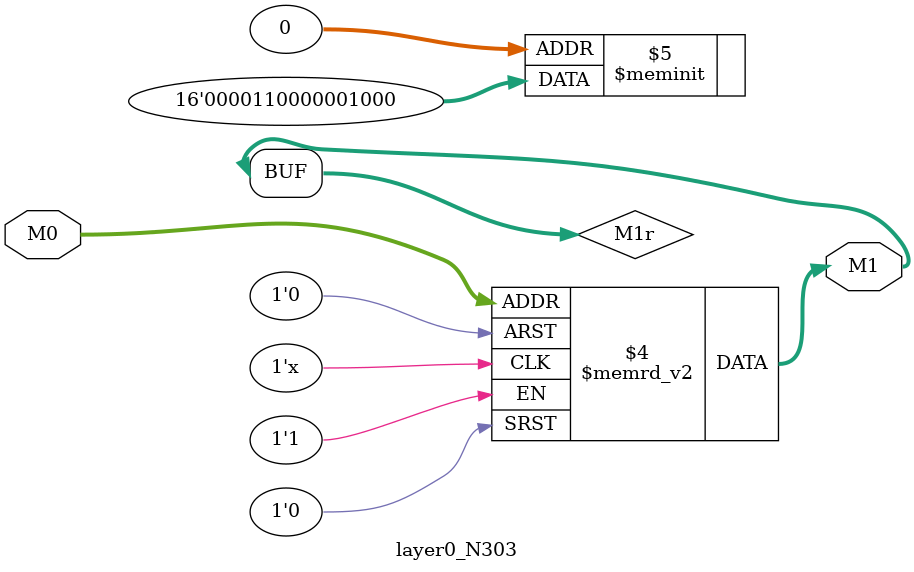
<source format=v>
module layer0_N303 ( input [2:0] M0, output [1:0] M1 );

	(*rom_style = "distributed" *) reg [1:0] M1r;
	assign M1 = M1r;
	always @ (M0) begin
		case (M0)
			3'b000: M1r = 2'b00;
			3'b100: M1r = 2'b00;
			3'b010: M1r = 2'b00;
			3'b110: M1r = 2'b00;
			3'b001: M1r = 2'b10;
			3'b101: M1r = 2'b11;
			3'b011: M1r = 2'b00;
			3'b111: M1r = 2'b00;

		endcase
	end
endmodule

</source>
